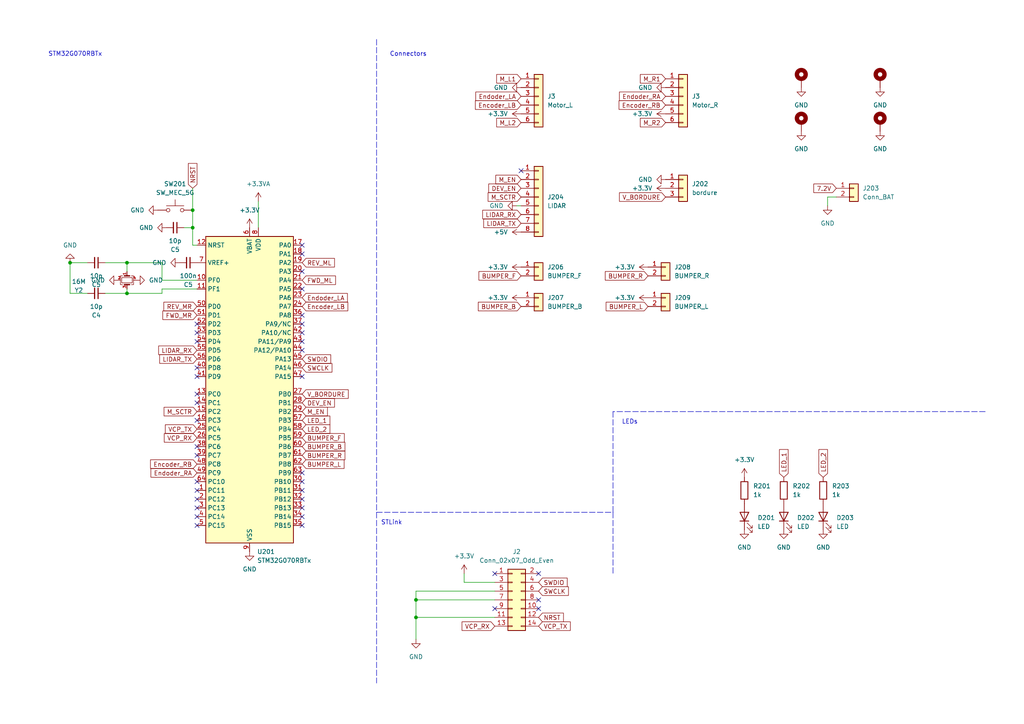
<source format=kicad_sch>
(kicad_sch (version 20230121) (generator eeschema)
  (paper "A4")
  (title_block (title "robot") (date "2023-09-19") (rev "Dorian, Gale, Clément, Laksan") (company "ENSEA"))
  (lib_symbols
    (symbol "Connector_Generic:Conn_01x02" (pin_names (offset 1.016) hide)
      (property "Reference" "J" (at 0 2.54 0))
      (property "Value" "Conn_01x02" (at 0 -5.08 0))
      (symbol "Conn_01x02_1_1"
        (rectangle (start -1.27 -2.413) (end 0 -2.667) (stroke (width 0.1524)))
        (rectangle (start -1.27 0.127) (end 0 -0.127) (stroke (width 0.1524)))
        (rectangle (start -1.27 1.27) (end 1.27 -3.81) (stroke (width 0.254)) (fill (type background)))
        (pin passive line (at -5.08 0 0) (length 3.81) (name "Pin_1") (number "1"))
        (pin passive line (at -5.08 -2.54 0) (length 3.81) (name "Pin_2") (number "2"))
      )
    )
    (symbol "Connector_Generic:Conn_01x03" (pin_names (offset 1.016) hide)
      (property "Reference" "J" (at 0 5.08 0))
      (property "Value" "Conn_01x03" (at 0 -5.08 0))
      (symbol "Conn_01x03_1_1"
        (rectangle (start -1.27 -2.413) (end 0 -2.667) (stroke (width 0.1524)))
        (rectangle (start -1.27 0.127) (end 0 -0.127) (stroke (width 0.1524)))
        (rectangle (start -1.27 2.667) (end 0 2.413) (stroke (width 0.1524)))
        (rectangle (start -1.27 3.81) (end 1.27 -3.81) (stroke (width 0.254)) (fill (type background)))
        (pin passive line (at -5.08 2.54 0) (length 3.81) (name "Pin_1") (number "1"))
        (pin passive line (at -5.08 0 0) (length 3.81) (name "Pin_2") (number "2"))
        (pin passive line (at -5.08 -2.54 0) (length 3.81) (name "Pin_3") (number "3"))
      )
    )
    (symbol "Connector_Generic:Conn_01x06" (pin_names (offset 1.016) hide)
      (property "Reference" "J" (at 0 7.62 0))
      (property "Value" "Conn_01x06" (at 0 -10.16 0))
      (symbol "Conn_01x06_1_1"
        (rectangle (start -1.27 -7.493) (end 0 -7.747) (stroke (width 0.1524)))
        (rectangle (start -1.27 -4.953) (end 0 -5.207) (stroke (width 0.1524)))
        (rectangle (start -1.27 -2.413) (end 0 -2.667) (stroke (width 0.1524)))
        (rectangle (start -1.27 0.127) (end 0 -0.127) (stroke (width 0.1524)))
        (rectangle (start -1.27 2.667) (end 0 2.413) (stroke (width 0.1524)))
        (rectangle (start -1.27 5.207) (end 0 4.953) (stroke (width 0.1524)))
        (rectangle (start -1.27 6.35) (end 1.27 -8.89) (stroke (width 0.254)) (fill (type background)))
        (pin passive line (at -5.08 5.08 0) (length 3.81) (name "Pin_1") (number "1"))
        (pin passive line (at -5.08 2.54 0) (length 3.81) (name "Pin_2") (number "2"))
        (pin passive line (at -5.08 0 0) (length 3.81) (name "Pin_3") (number "3"))
        (pin passive line (at -5.08 -2.54 0) (length 3.81) (name "Pin_4") (number "4"))
        (pin passive line (at -5.08 -5.08 0) (length 3.81) (name "Pin_5") (number "5"))
        (pin passive line (at -5.08 -7.62 0) (length 3.81) (name "Pin_6") (number "6"))
      )
    )
    (symbol "Connector_Generic:Conn_01x08" (pin_names (offset 1.016) hide)
      (property "Reference" "J" (at 0 10.16 0))
      (property "Value" "Conn_01x08" (at 0 -12.7 0))
      (symbol "Conn_01x08_1_1"
        (rectangle (start -1.27 -10.033) (end 0 -10.287) (stroke (width 0.1524)))
        (rectangle (start -1.27 -7.493) (end 0 -7.747) (stroke (width 0.1524)))
        (rectangle (start -1.27 -4.953) (end 0 -5.207) (stroke (width 0.1524)))
        (rectangle (start -1.27 -2.413) (end 0 -2.667) (stroke (width 0.1524)))
        (rectangle (start -1.27 0.127) (end 0 -0.127) (stroke (width 0.1524)))
        (rectangle (start -1.27 2.667) (end 0 2.413) (stroke (width 0.1524)))
        (rectangle (start -1.27 5.207) (end 0 4.953) (stroke (width 0.1524)))
        (rectangle (start -1.27 7.747) (end 0 7.493) (stroke (width 0.1524)))
        (rectangle (start -1.27 8.89) (end 1.27 -11.43) (stroke (width 0.254)) (fill (type background)))
        (pin passive line (at -5.08 7.62 0) (length 3.81) (name "Pin_1") (number "1"))
        (pin passive line (at -5.08 5.08 0) (length 3.81) (name "Pin_2") (number "2"))
        (pin passive line (at -5.08 2.54 0) (length 3.81) (name "Pin_3") (number "3"))
        (pin passive line (at -5.08 0 0) (length 3.81) (name "Pin_4") (number "4"))
        (pin passive line (at -5.08 -2.54 0) (length 3.81) (name "Pin_5") (number "5"))
        (pin passive line (at -5.08 -5.08 0) (length 3.81) (name "Pin_6") (number "6"))
        (pin passive line (at -5.08 -7.62 0) (length 3.81) (name "Pin_7") (number "7"))
        (pin passive line (at -5.08 -10.16 0) (length 3.81) (name "Pin_8") (number "8"))
      )
    )
    (symbol "Connector_Generic:Conn_02x07_Odd_Even" (pin_names (offset 1.016) hide)
      (property "Reference" "J" (at 1.27 10.16 0))
      (property "Value" "Conn_02x07_Odd_Even" (at 1.27 -10.16 0))
      (symbol "Conn_02x07_Odd_Even_1_1"
        (rectangle (start -1.27 -7.493) (end 0 -7.747) (stroke (width 0.1524)))
        (rectangle (start -1.27 -4.953) (end 0 -5.207) (stroke (width 0.1524)))
        (rectangle (start -1.27 -2.413) (end 0 -2.667) (stroke (width 0.1524)))
        (rectangle (start -1.27 0.127) (end 0 -0.127) (stroke (width 0.1524)))
        (rectangle (start -1.27 2.667) (end 0 2.413) (stroke (width 0.1524)))
        (rectangle (start -1.27 5.207) (end 0 4.953) (stroke (width 0.1524)))
        (rectangle (start -1.27 7.747) (end 0 7.493) (stroke (width 0.1524)))
        (rectangle (start -1.27 8.89) (end 3.81 -8.89) (stroke (width 0.254)) (fill (type background)))
        (rectangle (start 3.81 -7.493) (end 2.54 -7.747) (stroke (width 0.1524)))
        (rectangle (start 3.81 -4.953) (end 2.54 -5.207) (stroke (width 0.1524)))
        (rectangle (start 3.81 -2.413) (end 2.54 -2.667) (stroke (width 0.1524)))
        (rectangle (start 3.81 0.127) (end 2.54 -0.127) (stroke (width 0.1524)))
        (rectangle (start 3.81 2.667) (end 2.54 2.413) (stroke (width 0.1524)))
        (rectangle (start 3.81 5.207) (end 2.54 4.953) (stroke (width 0.1524)))
        (rectangle (start 3.81 7.747) (end 2.54 7.493) (stroke (width 0.1524)))
        (pin passive line (at -5.08 7.62 0) (length 3.81) (name "Pin_1") (number "1"))
        (pin passive line (at 7.62 -2.54 180) (length 3.81) (name "Pin_10") (number "10"))
        (pin passive line (at -5.08 -5.08 0) (length 3.81) (name "Pin_11") (number "11"))
        (pin passive line (at 7.62 -5.08 180) (length 3.81) (name "Pin_12") (number "12"))
        (pin passive line (at -5.08 -7.62 0) (length 3.81) (name "Pin_13") (number "13"))
        (pin passive line (at 7.62 -7.62 180) (length 3.81) (name "Pin_14") (number "14"))
        (pin passive line (at 7.62 7.62 180) (length 3.81) (name "Pin_2") (number "2"))
        (pin passive line (at -5.08 5.08 0) (length 3.81) (name "Pin_3") (number "3"))
        (pin passive line (at 7.62 5.08 180) (length 3.81) (name "Pin_4") (number "4"))
        (pin passive line (at -5.08 2.54 0) (length 3.81) (name "Pin_5") (number "5"))
        (pin passive line (at 7.62 2.54 180) (length 3.81) (name "Pin_6") (number "6"))
        (pin passive line (at -5.08 0 0) (length 3.81) (name "Pin_7") (number "7"))
        (pin passive line (at 7.62 0 180) (length 3.81) (name "Pin_8") (number "8"))
        (pin passive line (at -5.08 -2.54 0) (length 3.81) (name "Pin_9") (number "9"))
      )
    )
    (symbol "Device:C_Small" (pin_numbers hide) (pin_names (offset 0.254) hide)
      (property "Reference" "C" (at 0.254 1.778 0))
      (property "Value" "C_Small" (at 0.254 -2.032 0))
      (symbol "C_Small_0_1"
        (polyline (pts (xy -1.524 -0.508) (xy 1.524 -0.508)) (stroke (width 0.3302)))
        (polyline (pts (xy -1.524 0.508) (xy 1.524 0.508)) (stroke (width 0.3048)))
      )
      (symbol "C_Small_1_1"
        (pin passive line (at 0 2.54 270) (length 2.032) (name "~") (number "1"))
        (pin passive line (at 0 -2.54 90) (length 2.032) (name "~") (number "2"))
      )
    )
    (symbol "Device:Crystal_GND24_Small" (pin_names (offset 1.016) hide)
      (property "Reference" "Y" (at 1.27 4.445 0))
      (property "Value" "Crystal_GND24_Small" (at 1.27 2.54 0))
      (symbol "Crystal_GND24_Small_0_1"
        (rectangle (start -0.762 -1.524) (end 0.762 1.524))
        (polyline (pts (xy -1.27 -0.762) (xy -1.27 0.762)) (stroke (width 0.381)))
        (polyline (pts (xy 1.27 -0.762) (xy 1.27 0.762)) (stroke (width 0.381)))
        (polyline (pts (xy -1.27 -1.27) (xy -1.27 -1.905) (xy 1.27 -1.905) (xy 1.27 -1.27)))
        (polyline (pts (xy -1.27 1.27) (xy -1.27 1.905) (xy 1.27 1.905) (xy 1.27 1.27)))
      )
      (symbol "Crystal_GND24_Small_1_1"
        (pin passive line (at -2.54 0 0) (length 1.27) (name "1") (number "1"))
        (pin passive line (at 0 -2.54 90) (length 0.635) (name "2") (number "2"))
        (pin passive line (at 2.54 0 180) (length 1.27) (name "3") (number "3"))
        (pin passive line (at 0 2.54 270) (length 0.635) (name "4") (number "4"))
      )
    )
    (symbol "Device:LED" (pin_numbers hide) (pin_names (offset 1.016) hide)
      (property "Reference" "D" (at 0 2.54 0))
      (property "Value" "LED" (at 0 -2.54 0))
      (symbol "LED_0_1"
        (polyline (pts (xy -1.27 -1.27) (xy -1.27 1.27)) (stroke (width 0.254)))
        (polyline (pts (xy -1.27 0) (xy 1.27 0)))
        (polyline (pts (xy 1.27 -1.27) (xy 1.27 1.27) (xy -1.27 0) (xy 1.27 -1.27)) (stroke (width 0.254)))
        (polyline (pts (xy -3.048 -0.762) (xy -4.572 -2.286) (xy -3.81 -2.286) (xy -4.572 -2.286) (xy -4.572 -1.524)))
        (polyline (pts (xy -1.778 -0.762) (xy -3.302 -2.286) (xy -2.54 -2.286) (xy -3.302 -2.286) (xy -3.302 -1.524)))
      )
      (symbol "LED_1_1"
        (pin passive line (at -3.81 0 0) (length 2.54) (name "K") (number "1"))
        (pin passive line (at 3.81 0 180) (length 2.54) (name "A") (number "2"))
      )
    )
    (symbol "Device:R" (pin_numbers hide) (pin_names (offset 0))
      (property "Reference" "R" (at 2.032 0 90))
      (property "Value" "R" (at 0 0 90))
      (symbol "R_0_1"
        (rectangle (start -1.016 -2.54) (end 1.016 2.54) (stroke (width 0.254)))
      )
      (symbol "R_1_1"
        (pin passive line (at 0 3.81 270) (length 1.27) (name "~") (number "1"))
        (pin passive line (at 0 -3.81 90) (length 1.27) (name "~") (number "2"))
      )
    )
    (symbol "MCU_ST_STM32G0:STM32G070RBTx"
      (property "Reference" "U" (at -12.7 46.99 0))
      (property "Value" "STM32G070RBTx" (at 5.08 46.99 0))
      (symbol "STM32G070RBTx_0_1"
        (rectangle (start -12.7 -43.18) (end 12.7 45.72) (stroke (width 0.254)) (fill (type background)))
      )
      (symbol "STM32G070RBTx_1_1"
        (pin bidirectional line (at -15.24 -27.94 0) (length 2.54) (name "PC11") (number "1"))
        (pin bidirectional line (at -15.24 33.02 0) (length 2.54) (name "PF0") (number "10"))
        (pin bidirectional line (at -15.24 30.48 0) (length 2.54) (name "PF1") (number "11"))
        (pin input line (at -15.24 43.18 0) (length 2.54) (name "NRST") (number "12"))
        (pin bidirectional line (at -15.24 0 0) (length 2.54) (name "PC0") (number "13"))
        (pin bidirectional line (at -15.24 -2.54 0) (length 2.54) (name "PC1") (number "14"))
        (pin bidirectional line (at -15.24 -5.08 0) (length 2.54) (name "PC2") (number "15"))
        (pin bidirectional line (at -15.24 -7.62 0) (length 2.54) (name "PC3") (number "16"))
        (pin bidirectional line (at 15.24 43.18 180) (length 2.54) (name "PA0") (number "17"))
        (pin bidirectional line (at 15.24 40.64 180) (length 2.54) (name "PA1") (number "18"))
        (pin bidirectional line (at 15.24 38.1 180) (length 2.54) (name "PA2") (number "19"))
        (pin bidirectional line (at -15.24 -30.48 0) (length 2.54) (name "PC12") (number "2"))
        (pin bidirectional line (at 15.24 35.56 180) (length 2.54) (name "PA3") (number "20"))
        (pin bidirectional line (at 15.24 33.02 180) (length 2.54) (name "PA4") (number "21"))
        (pin bidirectional line (at 15.24 30.48 180) (length 2.54) (name "PA5") (number "22"))
        (pin bidirectional line (at 15.24 27.94 180) (length 2.54) (name "PA6") (number "23"))
        (pin bidirectional line (at 15.24 25.4 180) (length 2.54) (name "PA7") (number "24"))
        (pin bidirectional line (at -15.24 -10.16 0) (length 2.54) (name "PC4") (number "25"))
        (pin bidirectional line (at -15.24 -12.7 0) (length 2.54) (name "PC5") (number "26"))
        (pin bidirectional line (at 15.24 0 180) (length 2.54) (name "PB0") (number "27"))
        (pin bidirectional line (at 15.24 -2.54 180) (length 2.54) (name "PB1") (number "28"))
        (pin bidirectional line (at 15.24 -5.08 180) (length 2.54) (name "PB2") (number "29"))
        (pin bidirectional line (at -15.24 -33.02 0) (length 2.54) (name "PC13") (number "3"))
        (pin bidirectional line (at 15.24 -25.4 180) (length 2.54) (name "PB10") (number "30"))
        (pin bidirectional line (at 15.24 -27.94 180) (length 2.54) (name "PB11") (number "31"))
        (pin bidirectional line (at 15.24 -30.48 180) (length 2.54) (name "PB12") (number "32"))
        (pin bidirectional line (at 15.24 -33.02 180) (length 2.54) (name "PB13") (number "33"))
        (pin bidirectional line (at 15.24 -35.56 180) (length 2.54) (name "PB14") (number "34"))
        (pin bidirectional line (at 15.24 -38.1 180) (length 2.54) (name "PB15") (number "35"))
        (pin bidirectional line (at 15.24 22.86 180) (length 2.54) (name "PA8") (number "36"))
        (pin bidirectional line (at 15.24 20.32 180) (length 2.54) (name "PA9/NC") (number "37"))
        (pin bidirectional line (at -15.24 -15.24 0) (length 2.54) (name "PC6") (number "38"))
        (pin bidirectional line (at -15.24 -17.78 0) (length 2.54) (name "PC7") (number "39"))
        (pin bidirectional line (at -15.24 -35.56 0) (length 2.54) (name "PC14") (number "4"))
        (pin bidirectional line (at -15.24 7.62 0) (length 2.54) (name "PD8") (number "40"))
        (pin bidirectional line (at -15.24 5.08 0) (length 2.54) (name "PD9") (number "41"))
        (pin bidirectional line (at 15.24 17.78 180) (length 2.54) (name "PA10/NC") (number "42"))
        (pin bidirectional line (at 15.24 15.24 180) (length 2.54) (name "PA11/PA9") (number "43"))
        (pin bidirectional line (at 15.24 12.7 180) (length 2.54) (name "PA12/PA10") (number "44"))
        (pin bidirectional line (at 15.24 10.16 180) (length 2.54) (name "PA13") (number "45"))
        (pin bidirectional line (at 15.24 7.62 180) (length 2.54) (name "PA14") (number "46"))
        (pin bidirectional line (at 15.24 5.08 180) (length 2.54) (name "PA15") (number "47"))
        (pin bidirectional line (at -15.24 -20.32 0) (length 2.54) (name "PC8") (number "48"))
        (pin bidirectional line (at -15.24 -22.86 0) (length 2.54) (name "PC9") (number "49"))
        (pin bidirectional line (at -15.24 -38.1 0) (length 2.54) (name "PC15") (number "5"))
        (pin bidirectional line (at -15.24 25.4 0) (length 2.54) (name "PD0") (number "50"))
        (pin bidirectional line (at -15.24 22.86 0) (length 2.54) (name "PD1") (number "51"))
        (pin bidirectional line (at -15.24 20.32 0) (length 2.54) (name "PD2") (number "52"))
        (pin bidirectional line (at -15.24 17.78 0) (length 2.54) (name "PD3") (number "53"))
        (pin bidirectional line (at -15.24 15.24 0) (length 2.54) (name "PD4") (number "54"))
        (pin bidirectional line (at -15.24 12.7 0) (length 2.54) (name "PD5") (number "55"))
        (pin bidirectional line (at -15.24 10.16 0) (length 2.54) (name "PD6") (number "56"))
        (pin bidirectional line (at 15.24 -7.62 180) (length 2.54) (name "PB3") (number "57"))
        (pin bidirectional line (at 15.24 -10.16 180) (length 2.54) (name "PB4") (number "58"))
        (pin bidirectional line (at 15.24 -12.7 180) (length 2.54) (name "PB5") (number "59"))
        (pin power_in line (at 0 48.26 270) (length 2.54) (name "VBAT") (number "6"))
        (pin bidirectional line (at 15.24 -15.24 180) (length 2.54) (name "PB6") (number "60"))
        (pin bidirectional line (at 15.24 -17.78 180) (length 2.54) (name "PB7") (number "61"))
        (pin bidirectional line (at 15.24 -20.32 180) (length 2.54) (name "PB8") (number "62"))
        (pin bidirectional line (at 15.24 -22.86 180) (length 2.54) (name "PB9") (number "63"))
        (pin bidirectional line (at -15.24 -25.4 0) (length 2.54) (name "PC10") (number "64"))
        (pin input line (at -15.24 38.1 0) (length 2.54) (name "VREF+") (number "7"))
        (pin power_in line (at 2.54 48.26 270) (length 2.54) (name "VDD") (number "8"))
        (pin power_in line (at 0 -45.72 90) (length 2.54) (name "VSS") (number "9"))
      )
    )
    (symbol "Mechanical:MountingHole_Pad" (pin_numbers hide) (pin_names (offset 1.016) hide)
      (property "Reference" "H" (at 0 6.35 0))
      (property "Value" "MountingHole_Pad" (at 0 4.445 0))
      (symbol "MountingHole_Pad_0_1"
        (circle (center 0 1.27) (radius 1.27) (stroke (width 1.27)))
      )
      (symbol "MountingHole_Pad_1_1"
        (pin input line (at 0 -2.54 90) (length 2.54) (name "1") (number "1"))
      )
    )
    (symbol "Switch:SW_MEC_5G" (pin_numbers hide) (pin_names (offset 1.016) hide)
      (property "Reference" "SW" (at 1.27 2.54 0))
      (property "Value" "SW_MEC_5G" (at 0 -1.524 0))
      (symbol "SW_MEC_5G_0_1"
        (circle (center -2.032 0) (radius 0.508))
        (polyline (pts (xy 0 1.27) (xy 0 3.048)))
        (polyline (pts (xy 2.54 1.27) (xy -2.54 1.27)))
        (circle (center 2.032 0) (radius 0.508))
        (pin passive line (at -5.08 0 0) (length 2.54) (name "A") (number "1"))
        (pin passive line (at 5.08 0 180) (length 2.54) (name "B") (number "3"))
      )
      (symbol "SW_MEC_5G_1_1"
        (pin passive line (at -5.08 0 0) (length 2.54) hide (name "A") (number "2"))
        (pin passive line (at 5.08 0 180) (length 2.54) hide (name "B") (number "4"))
      )
    )
    (symbol "power:+3.3V" (power) (pin_names (offset 0))
      (property "Value" "+3.3V" (at 0 3.556 0))
      (symbol "+3.3V_0_1"
        (polyline (pts (xy -0.762 1.27) (xy 0 2.54)))
        (polyline (pts (xy 0 0) (xy 0 2.54)))
        (polyline (pts (xy 0 2.54) (xy 0.762 1.27)))
      )
      (symbol "+3.3V_1_1"
        (pin power_in line (at 0 0 90) (length 0) hide (name "+3.3V") (number "1"))
      )
    )
    (symbol "power:+3.3VA" (power) (pin_names (offset 0))
      (property "Value" "+3.3VA" (at 0 3.556 0))
      (symbol "+3.3VA_0_1"
        (polyline (pts (xy -0.762 1.27) (xy 0 2.54)))
        (polyline (pts (xy 0 0) (xy 0 2.54)))
        (polyline (pts (xy 0 2.54) (xy 0.762 1.27)))
      )
      (symbol "+3.3VA_1_1"
        (pin power_in line (at 0 0 90) (length 0) hide (name "+3.3VA") (number "1"))
      )
    )
    (symbol "power:+5V" (power) (pin_names (offset 0))
      (property "Value" "+5V" (at 0 3.556 0))
      (symbol "+5V_0_1"
        (polyline (pts (xy -0.762 1.27) (xy 0 2.54)))
        (polyline (pts (xy 0 0) (xy 0 2.54)))
        (polyline (pts (xy 0 2.54) (xy 0.762 1.27)))
      )
      (symbol "+5V_1_1"
        (pin power_in line (at 0 0 90) (length 0) hide (name "+5V") (number "1"))
      )
    )
    (symbol "power:GND" (power) (pin_names (offset 0))
      (property "Value" "GND" (at 0 -3.81 0))
      (symbol "GND_0_1"
        (polyline (pts (xy 0 0) (xy 0 -1.27) (xy 1.27 -1.27) (xy 0 -2.54) (xy -1.27 -1.27) (xy 0 -1.27)))
      )
      (symbol "GND_1_1"
        (pin power_in line (at 0 0 270) (length 0) hide (name "GND") (number "1"))
      )
    )
  )
  (junction (at 36.83 85.09))
  (junction (at 120.65 173.99))
  (junction (at 55.88 60.96))
  (junction (at 36.83 76.2))
  (junction (at 55.88 66.04))
  (junction (at 120.65 179.07))
  (junction (at 20.32 76.2))
  (no_connect (at 57.15 129.54))
  (no_connect (at 57.15 142.24))
  (no_connect (at 87.63 91.44))
  (no_connect (at 57.15 149.86))
  (no_connect (at 57.15 116.84))
  (no_connect (at 87.63 152.4))
  (no_connect (at 57.15 99.06))
  (no_connect (at 87.63 96.52))
  (no_connect (at 87.63 99.06))
  (no_connect (at 87.63 149.86))
  (no_connect (at 57.15 152.4))
  (no_connect (at 87.63 93.98))
  (no_connect (at 87.63 73.66))
  (no_connect (at 57.15 93.98))
  (no_connect (at 57.15 132.08))
  (no_connect (at 143.51 166.37))
  (no_connect (at 87.63 101.6))
  (no_connect (at 87.63 147.32))
  (no_connect (at 57.15 139.7))
  (no_connect (at 87.63 109.22))
  (no_connect (at 57.15 114.3))
  (no_connect (at 57.15 147.32))
  (no_connect (at 87.63 83.82))
  (no_connect (at 143.51 176.53))
  (no_connect (at 57.15 96.52))
  (no_connect (at 87.63 139.7))
  (no_connect (at 57.15 121.92))
  (no_connect (at 87.63 144.78))
  (no_connect (at 57.15 109.22))
  (no_connect (at 57.15 144.78))
  (no_connect (at 156.21 176.53))
  (no_connect (at 87.63 71.12))
  (no_connect (at 87.63 78.74))
  (no_connect (at 156.21 166.37))
  (no_connect (at 87.63 137.16))
  (no_connect (at 87.63 142.24))
  (no_connect (at 57.15 106.68))
  (no_connect (at 156.21 173.99))
  (no_connect (at 151.13 49.53))
  (wire (pts (xy 55.88 71.12) (xy 55.88 66.04)))
  (wire (pts (xy 36.83 76.2) (xy 46.99 76.2)))
  (wire (pts (xy 55.88 54.61) (xy 55.88 60.96)))
  (wire (pts (xy 57.15 83.82) (xy 46.99 83.82)))
  (wire (pts (xy 46.99 83.82) (xy 46.99 85.09)))
  (wire (pts (xy 240.03 57.15) (xy 240.03 59.69)))
  (wire (pts (xy 53.34 66.04) (xy 55.88 66.04)))
  (wire (pts (xy 25.4 85.09) (xy 20.32 85.09)))
  (wire (pts (xy 30.48 76.2) (xy 36.83 76.2)))
  (wire (pts (xy 242.57 57.15) (xy 240.03 57.15)))
  (wire (pts (xy 36.83 85.09) (xy 36.83 83.82)))
  (wire (pts (xy 134.62 168.91) (xy 134.62 166.37)))
  (wire (pts (xy 120.65 173.99) (xy 120.65 179.07)))
  (wire (pts (xy 120.65 179.07) (xy 120.65 185.42)))
  (wire (pts (xy 36.83 85.09) (xy 46.99 85.09)))
  (wire (pts (xy 20.32 85.09) (xy 20.32 76.2)))
  (wire (pts (xy 120.65 179.07) (xy 143.51 179.07)))
  (wire (pts (xy 74.93 58.42) (xy 74.93 66.04)))
  (polyline (pts (xy 285.75 119.38) (xy 177.8 119.38)) (stroke (width 0) (type dash)))
  (wire (pts (xy 149.86 59.69) (xy 151.13 59.69)))
  (polyline (pts (xy 109.22 11.43) (xy 109.22 198.12)) (stroke (width 0) (type dash)))
  (wire (pts (xy 120.65 173.99) (xy 143.51 173.99)))
  (wire (pts (xy 36.83 76.2) (xy 36.83 78.74)))
  (wire (pts (xy 120.65 171.45) (xy 143.51 171.45)))
  (wire (pts (xy 143.51 168.91) (xy 134.62 168.91)))
  (wire (pts (xy 36.83 85.09) (xy 30.48 85.09)))
  (wire (pts (xy 120.65 171.45) (xy 120.65 173.99)))
  (polyline (pts (xy 177.8 148.59) (xy 177.8 166.37)) (stroke (width 0) (type dash)))
  (polyline (pts (xy 109.22 148.59) (xy 177.8 148.59)) (stroke (width 0) (type dash)))
  (wire (pts (xy 25.4 76.2) (xy 20.32 76.2)))
  (wire (pts (xy 55.88 60.96) (xy 55.88 66.04)))
  (wire (pts (xy 46.99 81.28) (xy 57.15 81.28)))
  (wire (pts (xy 46.99 76.2) (xy 46.99 81.28)))
  (wire (pts (xy 57.15 71.12) (xy 55.88 71.12)))
  (polyline (pts (xy 177.8 119.38) (xy 177.8 148.59)) (stroke (width 0) (type dash)))
  (text "LEDs\n" (at 180.34 123.19 0) (effects (font (size 1.27 1.27)) (justify left bottom)))
  (text "STM32G070RBTx" (at 13.97 16.51 0) (effects (font (size 1.27 1.27)) (justify left bottom)))
  (text "STLink" (at 110.49 152.4 0) (effects (font (size 1.27 1.27)) (justify left bottom)))
  (text "Connectors" (at 113.03 16.51 0) (effects (font (size 1.27 1.27)) (justify left bottom)))
  (global_label "BUMPER_R" (shape input) (at 87.63 132.08 0) (property "Intersheetrefs" "${INTERSHEET_REFS}" (effects hide)))
  (global_label "Encoder_RB" (shape input) (at 193.04 30.48 180) (property "Intersheetrefs" "${INTERSHEET_REFS}" (effects hide)))
  (global_label "VCP_RX" (shape input) (at 57.15 127 180) (property "Intersheetrefs" "${INTERSHEET_REFS}" (effects hide)))
  (global_label "M_L2" (shape input) (at 151.13 35.56 180) (property "Intersheetrefs" "${INTERSHEET_REFS}" (effects hide)))
  (global_label "Endoder_RA" (shape input) (at 193.04 27.94 180) (property "Intersheetrefs" "${INTERSHEET_REFS}" (effects hide)))
  (global_label "LIDAR_RX" (shape input) (at 151.13 62.23 180) (property "Intersheetrefs" "${INTERSHEET_REFS}" (effects hide)))
  (global_label "BUMPER_L" (shape input) (at 87.63 134.62 0) (property "Intersheetrefs" "${INTERSHEET_REFS}" (effects hide)))
  (global_label "Endoder_LA" (shape input) (at 151.13 27.94 180) (property "Intersheetrefs" "${INTERSHEET_REFS}" (effects hide)))
  (global_label "FWD_ML" (shape input) (at 87.63 81.28 0) (property "Intersheetrefs" "${INTERSHEET_REFS}" (effects hide)))
  (global_label "BUMPER_F" (shape input) (at 151.13 80.01 180) (property "Intersheetrefs" "${INTERSHEET_REFS}" (effects hide)))
  (global_label "REV_MR" (shape input) (at 57.15 88.9 180) (property "Intersheetrefs" "${INTERSHEET_REFS}" (effects hide)))
  (global_label "LED_1" (shape input) (at 87.63 121.92 0) (property "Intersheetrefs" "${INTERSHEET_REFS}" (effects hide)))
  (global_label "FWD_MR" (shape input) (at 57.15 91.44 180) (property "Intersheetrefs" "${INTERSHEET_REFS}" (effects hide)))
  (global_label "LIDAR_RX" (shape input) (at 57.15 101.6 180) (property "Intersheetrefs" "${INTERSHEET_REFS}" (effects hide)))
  (global_label "REV_ML" (shape input) (at 87.63 76.2 0) (property "Intersheetrefs" "${INTERSHEET_REFS}" (effects hide)))
  (global_label "VCP_TX" (shape input) (at 156.21 181.61 0) (property "Intersheetrefs" "${INTERSHEET_REFS}" (effects hide)))
  (global_label "SWCLK" (shape input) (at 156.21 171.45 0) (property "Intersheetrefs" "${INTERSHEET_REFS}" (effects hide)))
  (global_label "LED_2" (shape input) (at 87.63 124.46 0) (property "Intersheetrefs" "${INTERSHEET_REFS}" (effects hide)))
  (global_label "NRST" (shape input) (at 156.21 179.07 0) (property "Intersheetrefs" "${INTERSHEET_REFS}" (effects hide)))
  (global_label "DEV_EN" (shape input) (at 87.63 116.84 0) (property "Intersheetrefs" "${INTERSHEET_REFS}" (effects hide)))
  (global_label "SWCLK" (shape input) (at 87.63 106.68 0) (property "Intersheetrefs" "${INTERSHEET_REFS}" (effects hide)))
  (global_label "Encoder_LB" (shape input) (at 151.13 30.48 180) (property "Intersheetrefs" "${INTERSHEET_REFS}" (effects hide)))
  (global_label "VCP_TX" (shape input) (at 57.15 124.46 180) (property "Intersheetrefs" "${INTERSHEET_REFS}" (effects hide)))
  (global_label "NRST" (shape input) (at 55.88 54.61 90) (property "Intersheetrefs" "${INTERSHEET_REFS}" (effects hide)))
  (global_label "BUMPER_L" (shape input) (at 187.96 88.9 180) (property "Intersheetrefs" "${INTERSHEET_REFS}" (effects hide)))
  (global_label "M_SCTR" (shape input) (at 151.13 57.15 180) (property "Intersheetrefs" "${INTERSHEET_REFS}" (effects hide)))
  (global_label "BUMPER_B" (shape input) (at 151.13 88.9 180) (property "Intersheetrefs" "${INTERSHEET_REFS}" (effects hide)))
  (global_label "LIDAR_TX" (shape input) (at 57.15 104.14 180) (property "Intersheetrefs" "${INTERSHEET_REFS}" (effects hide)))
  (global_label "Endoder_RA" (shape input) (at 57.15 137.16 180) (property "Intersheetrefs" "${INTERSHEET_REFS}" (effects hide)))
  (global_label "Endoder_LA" (shape input) (at 87.63 86.36 0) (property "Intersheetrefs" "${INTERSHEET_REFS}" (effects hide)))
  (global_label "DEV_EN" (shape input) (at 151.13 54.61 180) (property "Intersheetrefs" "${INTERSHEET_REFS}" (effects hide)))
  (global_label "M_EN" (shape input) (at 151.13 52.07 180) (property "Intersheetrefs" "${INTERSHEET_REFS}" (effects hide)))
  (global_label "LED_2" (shape input) (at 238.76 138.43 90) (property "Intersheetrefs" "${INTERSHEET_REFS}" (effects hide)))
  (global_label "V_BORDURE" (shape input) (at 87.63 114.3 0) (property "Intersheetrefs" "${INTERSHEET_REFS}" (effects hide)))
  (global_label "SWDIO" (shape input) (at 87.63 104.14 0) (property "Intersheetrefs" "${INTERSHEET_REFS}" (effects hide)))
  (global_label "V_BORDURE" (shape input) (at 193.04 57.15 180) (property "Intersheetrefs" "${INTERSHEET_REFS}" (effects hide)))
  (global_label "BUMPER_R" (shape input) (at 187.96 80.01 180) (property "Intersheetrefs" "${INTERSHEET_REFS}" (effects hide)))
  (global_label "7.2V" (shape input) (at 242.57 54.61 180) (property "Intersheetrefs" "${INTERSHEET_REFS}" (effects hide)))
  (global_label "Encoder_LB" (shape input) (at 87.63 88.9 0) (property "Intersheetrefs" "${INTERSHEET_REFS}" (effects hide)))
  (global_label "SWDIO" (shape input) (at 156.21 168.91 0) (property "Intersheetrefs" "${INTERSHEET_REFS}" (effects hide)))
  (global_label "M_R1" (shape input) (at 193.04 22.86 180) (property "Intersheetrefs" "${INTERSHEET_REFS}" (effects hide)))
  (global_label "BUMPER_B" (shape input) (at 87.63 129.54 0) (property "Intersheetrefs" "${INTERSHEET_REFS}" (effects hide)))
  (global_label "LED_1" (shape input) (at 227.33 138.43 90) (property "Intersheetrefs" "${INTERSHEET_REFS}" (effects hide)))
  (global_label "M_SCTR" (shape input) (at 57.15 119.38 180) (property "Intersheetrefs" "${INTERSHEET_REFS}" (effects hide)))
  (global_label "M_L1" (shape input) (at 151.13 22.86 180) (property "Intersheetrefs" "${INTERSHEET_REFS}" (effects hide)))
  (global_label "M_EN" (shape input) (at 87.63 119.38 0) (property "Intersheetrefs" "${INTERSHEET_REFS}" (effects hide)))
  (global_label "VCP_RX" (shape input) (at 143.51 181.61 180) (property "Intersheetrefs" "${INTERSHEET_REFS}" (effects hide)))
  (global_label "M_R2" (shape input) (at 193.04 35.56 180) (property "Intersheetrefs" "${INTERSHEET_REFS}" (effects hide)))
  (global_label "BUMPER_F" (shape input) (at 87.63 127 0) (property "Intersheetrefs" "${INTERSHEET_REFS}" (effects hide)))
  (global_label "LIDAR_TX" (shape input) (at 151.13 64.77 180) (property "Intersheetrefs" "${INTERSHEET_REFS}" (effects hide)))
  (global_label "Encoder_RB" (shape input) (at 57.15 134.62 180) (property "Intersheetrefs" "${INTERSHEET_REFS}" (effects hide)))
  (symbol (lib_id "power:GND") (at 193.04 52.07 270) (unit 1)
    (property "Reference" "#PWR020" (effects hide))
    (property "Value" "GND" (at 189.23 52.07 90) (effects (justify right)))
    (instances (project "TD1" (path "" (reference "#PWR020") (unit 1))) (project "robot" (path "" (reference "#PWR0227") (unit 1))))
  )
  (symbol (lib_id "power:GND") (at 149.86 59.69 270) (unit 1)
    (property "Reference" "#PWR019" (effects hide))
    (property "Value" "GND" (at 146.05 59.69 90) (effects (justify right)))
    (instances (project "TD1" (path "" (reference "#PWR019") (unit 1))) (project "robot" (path "" (reference "#PWR0221") (unit 1))))
  )
  (symbol (lib_id "power:+3.3V") (at 72.39 66.04 0) (unit 1)
    (property "Reference" "#PWR0207" (effects hide))
    (property "Value" "+3.3V" (at 72.39 60.96 0))
  )
  (symbol (lib_id "power:+3.3V") (at 151.13 77.47 90) (unit 1)
    (property "Reference" "#PWR028" (effects hide))
    (property "Value" "+3.3V" (at 147.32 77.47 90) (effects (justify left)))
    (instances (project "TD1" (path "" (reference "#PWR028") (unit 1))) (project "robot" (path "" (reference "#PWR0228") (unit 1))))
  )
  (symbol (lib_id "Switch:SW_MEC_5G") (at 50.8 60.96 0) (unit 1)
    (property "Reference" "SW201" (at 50.8 53.34 0))
    (property "Value" "SW_MEC_5G" (at 50.8 55.88 0))
    (property "Footprint" "Button_Switch_SMD:SW_SPST_B3U-1000P" (effects hide))
    (property "Datasheet" "http://www.apem.com/int/index.php?controller=attachment&id_attachment=488" (effects hide))
  )
  (symbol (lib_id "Connector_Generic:Conn_01x02") (at 156.21 86.36 0) (unit 1)
    (property "Reference" "J207" (at 158.75 86.36 0) (effects (justify left)))
    (property "Value" "BUMPER_B" (at 158.75 88.9 0) (effects (justify left)))
  )
  (symbol (lib_id "power:+3.3V") (at 215.9 138.43 0) (unit 1)
    (property "Reference" "#PWR0225" (effects hide))
    (property "Value" "+3.3V" (at 215.9 133.35 0))
  )
  (symbol (lib_id "Mechanical:MountingHole_Pad") (at 232.41 35.56 0) (unit 1)
    (property "Reference" "H303" (effects hide))
    (property "Value" "MountingHole_Pad" (effects hide))
    (property "Footprint" "MountingHole:MountingHole_3.2mm_M3_Pad_Via" (effects hide))
    (instances (project "TD1" (path "" (reference "H303") (unit 1))) (project "robot" (path "" (reference "H202") (unit 1))))
  )
  (symbol (lib_id "power:+3.3V") (at 187.96 77.47 90) (unit 1)
    (property "Reference" "#PWR028" (effects hide))
    (property "Value" "+3.3V" (at 184.15 77.47 90) (effects (justify left)))
    (instances (project "TD1" (path "" (reference "#PWR028") (unit 1))) (project "robot" (path "" (reference "#PWR0230") (unit 1))))
  )
  (symbol (lib_id "Device:R") (at 215.9 142.24 0) (unit 1)
    (property "Reference" "R201" (at 218.44 140.97 0) (effects (justify left)))
    (property "Value" "1k" (at 218.44 143.51 0) (effects (justify left)))
  )
  (symbol (lib_id "MCU_ST_STM32G0:STM32G070RBTx") (at 72.39 114.3 0) (unit 1)
    (property "Reference" "U201" (at 74.5841 160.02 0) (effects (justify left)))
    (property "Value" "STM32G070RBTx" (at 74.5841 162.56 0) (effects (justify left)))
    (property "Footprint" "Package_QFP:LQFP-64_10x10mm_P0.5mm" (effects hide))
    (property "Datasheet" "https://www.st.com/resource/en/datasheet/stm32g070rb.pdf" (effects hide))
  )
  (symbol (lib_id "power:+3.3V") (at 151.13 33.02 90) (unit 1)
    (property "Reference" "#PWR028" (effects hide))
    (property "Value" "+3.3V" (at 147.32 33.02 90) (effects (justify left)))
    (instances (project "TD1" (path "" (reference "#PWR028") (unit 1))) (project "robot" (path "" (reference "#PWR0211") (unit 1))))
  )
  (symbol (lib_id "Connector_Generic:Conn_01x03") (at 198.12 54.61 0) (unit 1)
    (property "Reference" "J202" (at 200.66 53.34 0) (effects (justify left)))
    (property "Value" "bordure" (at 200.66 55.88 0) (effects (justify left)))
  )
  (symbol (lib_id "Connector_Generic:Conn_01x06") (at 156.21 27.94 0) (unit 1)
    (property "Reference" "J3" (at 158.75 27.94 0) (effects (justify left)))
    (property "Value" "Motor_L" (at 158.75 30.48 0) (effects (justify left)))
    (property "Footprint" "Connector_PinHeader_2.54mm:PinHeader_1x06_P2.54mm_Vertical" (effects hide))
    (instances (project "TD1" (path "" (reference "J3") (unit 1))) (project "robot" (path "" (reference "J201") (unit 1))))
  )
  (symbol (lib_id "power:GND") (at 151.13 25.4 270) (unit 1)
    (property "Reference" "#PWR020" (effects hide))
    (property "Value" "GND" (at 147.32 25.4 90) (effects (justify right)))
    (instances (project "TD1" (path "" (reference "#PWR020") (unit 1))) (project "robot" (path "" (reference "#PWR0212") (unit 1))))
  )
  (symbol (lib_id "power:+3.3V") (at 193.04 33.02 90) (unit 1)
    (property "Reference" "#PWR028" (effects hide))
    (property "Value" "+3.3V" (at 189.23 33.02 90) (effects (justify left)))
    (instances (project "TD1" (path "" (reference "#PWR028") (unit 1))) (project "robot" (path "" (reference "#PWR0223") (unit 1))))
  )
  (symbol (lib_id "power:GND") (at 34.29 81.28 270) (unit 1)
    (property "Reference" "#PWR015" (effects hide))
    (property "Value" "GND" (at 30.48 81.28 90) (effects (justify right)))
    (instances (project "TD1" (path "" (reference "#PWR015") (unit 1))) (project "robot" (path "" (reference "#PWR0203") (unit 1))))
  )
  (symbol (lib_id "power:GND") (at 215.9 153.67 0) (unit 1)
    (property "Reference" "#PWR019" (effects hide))
    (property "Value" "GND" (at 215.9 158.75 0))
    (instances (project "TD1" (path "" (reference "#PWR019") (unit 1))) (project "robot" (path "" (reference "#PWR0213") (unit 1))))
  )
  (symbol (lib_id "Device:LED") (at 238.76 149.86 90) (unit 1)
    (property "Reference" "D203" (at 242.57 150.1775 90) (effects (justify right)))
    (property "Value" "LED" (at 242.57 152.7175 90) (effects (justify right)))
  )
  (symbol (lib_id "power:+5V") (at 151.13 67.31 90) (unit 1)
    (property "Reference" "#PWR0220" (effects hide))
    (property "Value" "+5V" (at 147.32 67.31 90) (effects (justify left)))
  )
  (symbol (lib_id "power:GND") (at 227.33 153.67 0) (unit 1)
    (property "Reference" "#PWR019" (effects hide))
    (property "Value" "GND" (at 227.33 158.75 0))
    (instances (project "TD1" (path "" (reference "#PWR019") (unit 1))) (project "robot" (path "" (reference "#PWR0214") (unit 1))))
  )
  (symbol (lib_id "power:GND") (at 39.37 81.28 90) (unit 1)
    (property "Reference" "#PWR012" (effects hide))
    (property "Value" "GND" (at 43.18 81.28 90) (effects (justify right)))
    (instances (project "TD1" (path "" (reference "#PWR012") (unit 1))) (project "robot" (path "" (reference "#PWR0201") (unit 1))))
  )
  (symbol (lib_id "power:GND") (at 255.27 38.1 0) (unit 1)
    (property "Reference" "#PWR0303" (effects hide))
    (property "Value" "GND" (at 255.27 43.18 0))
    (instances (project "TD1" (path "" (reference "#PWR0303") (unit 1))) (project "robot" (path "" (reference "#PWR0218") (unit 1))))
  )
  (symbol (lib_id "Mechanical:MountingHole_Pad") (at 255.27 22.86 0) (unit 1)
    (property "Reference" "H302" (effects hide))
    (property "Value" "MountingHole_Pad" (effects hide))
    (property "Footprint" "MountingHole:MountingHole_3.2mm_M3_Pad_Via" (effects hide))
    (instances (project "TD1" (path "" (reference "H302") (unit 1))) (project "robot" (path "" (reference "H203") (unit 1))))
  )
  (symbol (lib_id "power:GND") (at 232.41 38.1 0) (unit 1)
    (property "Reference" "#PWR0302" (effects hide))
    (property "Value" "GND" (at 232.41 43.18 0))
    (instances (project "TD1" (path "" (reference "#PWR0302") (unit 1))) (project "robot" (path "" (reference "#PWR0216") (unit 1))))
  )
  (symbol (lib_id "power:GND") (at 20.32 76.2 180) (unit 1)
    (property "Reference" "#PWR014" (effects hide))
    (property "Value" "GND" (at 20.32 71.12 0))
    (instances (project "TD1" (path "" (reference "#PWR014") (unit 1))) (project "robot" (path "" (reference "#PWR0204") (unit 1))))
  )
  (symbol (lib_id "power:+3.3V") (at 134.62 166.37 0) (unit 1)
    (property "Reference" "#PWR025" (effects hide))
    (property "Value" "+3.3V" (at 134.62 161.29 0))
    (instances (project "TD1" (path "" (reference "#PWR025") (unit 1))) (project "robot" (path "" (reference "#PWR0210") (unit 1))))
  )
  (symbol (lib_id "power:GND") (at 48.26 66.04 270) (unit 1)
    (property "Reference" "#PWR012" (effects hide))
    (property "Value" "GND" (at 44.45 66.04 90) (effects (justify right)))
    (instances (project "TD1" (path "" (reference "#PWR012") (unit 1))) (project "robot" (path "" (reference "#PWR0202") (unit 1))))
  )
  (symbol (lib_id "Device:C_Small") (at 27.94 85.09 270) (unit 1)
    (property "Reference" "C4" (at 27.9337 91.44 90))
    (property "Value" "10p" (at 27.9337 88.9 90))
    (property "Footprint" "Capacitor_SMD:C_0603_1608Metric_Pad1.08x0.95mm_HandSolder" (effects hide))
    (instances (project "TD1" (path "" (reference "C4") (unit 1))) (project "robot" (path "" (reference "C204") (unit 1))))
  )
  (symbol (lib_id "Connector_Generic:Conn_01x02") (at 156.21 77.47 0) (unit 1)
    (property "Reference" "J206" (at 158.75 77.47 0) (effects (justify left)))
    (property "Value" "BUMPER_F" (at 158.75 80.01 0) (effects (justify left)))
  )
  (symbol (lib_id "power:+3.3VA") (at 74.93 58.42 0) (unit 1)
    (property "Reference" "#PWR0208" (effects hide))
    (property "Value" "+3.3VA" (at 74.93 53.34 0))
  )
  (symbol (lib_id "Connector_Generic:Conn_01x02") (at 247.65 54.61 0) (unit 1)
    (property "Reference" "J203" (at 250.19 54.61 0) (effects (justify left)))
    (property "Value" "Conn_BAT" (at 250.19 57.15 0) (effects (justify left)))
  )
  (symbol (lib_id "power:GND") (at 232.41 25.4 0) (unit 1)
    (property "Reference" "#PWR0301" (effects hide))
    (property "Value" "GND" (at 232.41 30.48 0))
    (instances (project "TD1" (path "" (reference "#PWR0301") (unit 1))) (project "robot" (path "" (reference "#PWR0215") (unit 1))))
  )
  (symbol (lib_id "Device:LED") (at 215.9 149.86 90) (unit 1)
    (property "Reference" "D201" (at 219.71 150.1775 90) (effects (justify right)))
    (property "Value" "LED" (at 219.71 152.7175 90) (effects (justify right)))
  )
  (symbol (lib_id "power:GND") (at 72.39 160.02 0) (unit 1)
    (property "Reference" "#PWR014" (effects hide))
    (property "Value" "GND" (at 72.39 165.1 0))
    (instances (project "TD1" (path "" (reference "#PWR014") (unit 1))) (project "robot" (path "" (reference "#PWR0205") (unit 1))))
  )
  (symbol (lib_id "Connector_Generic:Conn_02x07_Odd_Even") (at 148.59 173.99 0) (unit 1)
    (property "Reference" "J2" (at 149.86 160.02 0))
    (property "Value" "Conn_02x07_Odd_Even" (at 149.86 162.56 0))
    (property "Footprint" "Connector_PinHeader_1.27mm:PinHeader_2x07_P1.27mm_Vertical_SMD" (effects hide))
    (instances (project "TD1" (path "" (reference "J2") (unit 1))) (project "robot" (path "" (reference "J210") (unit 1))))
  )
  (symbol (lib_id "Device:R") (at 227.33 142.24 0) (unit 1)
    (property "Reference" "R202" (at 229.87 140.97 0) (effects (justify left)))
    (property "Value" "1k" (at 229.87 143.51 0) (effects (justify left)))
  )
  (symbol (lib_id "power:GND") (at 255.27 25.4 0) (unit 1)
    (property "Reference" "#PWR0304" (effects hide))
    (property "Value" "GND" (at 255.27 30.48 0))
    (instances (project "TD1" (path "" (reference "#PWR0304") (unit 1))) (project "robot" (path "" (reference "#PWR0217") (unit 1))))
  )
  (symbol (lib_id "Device:C_Small") (at 27.94 76.2 270) (unit 1)
    (property "Reference" "C5" (at 27.9337 82.55 90))
    (property "Value" "10p" (at 27.9337 80.01 90))
    (property "Footprint" "Capacitor_SMD:C_0603_1608Metric_Pad1.08x0.95mm_HandSolder" (effects hide))
    (instances (project "TD1" (path "" (reference "C5") (unit 1))) (project "robot" (path "" (reference "C203") (unit 1))))
  )
  (symbol (lib_id "power:GND") (at 238.76 153.67 0) (unit 1)
    (property "Reference" "#PWR019" (effects hide))
    (property "Value" "GND" (at 238.76 158.75 0))
    (instances (project "TD1" (path "" (reference "#PWR019") (unit 1))) (project "robot" (path "" (reference "#PWR0224") (unit 1))))
  )
  (symbol (lib_id "Connector_Generic:Conn_01x06") (at 198.12 27.94 0) (unit 1)
    (property "Reference" "J3" (at 200.66 27.94 0) (effects (justify left)))
    (property "Value" "Motor_R" (at 200.66 30.48 0) (effects (justify left)))
    (property "Footprint" "Connector_PinHeader_2.54mm:PinHeader_1x06_P2.54mm_Vertical" (effects hide))
    (instances (project "TD1" (path "" (reference "J3") (unit 1))) (project "robot" (path "" (reference "J205") (unit 1))))
  )
  (symbol (lib_id "power:+3.3V") (at 187.96 86.36 90) (unit 1)
    (property "Reference" "#PWR028" (effects hide))
    (property "Value" "+3.3V" (at 184.15 86.36 90) (effects (justify left)))
    (instances (project "TD1" (path "" (reference "#PWR028") (unit 1))) (project "robot" (path "" (reference "#PWR0231") (unit 1))))
  )
  (symbol (lib_id "power:+3.3V") (at 193.04 54.61 90) (unit 1)
    (property "Reference" "#PWR0226" (effects hide))
    (property "Value" "+3.3V" (at 189.23 54.61 90) (effects (justify left)))
  )
  (symbol (lib_id "power:GND") (at 45.72 60.96 270) (unit 1)
    (property "Reference" "#PWR012" (effects hide))
    (property "Value" "GND" (at 41.91 60.96 90) (effects (justify right)))
    (instances (project "TD1" (path "" (reference "#PWR012") (unit 1))) (project "robot" (path "" (reference "#PWR0232") (unit 1))))
  )
  (symbol (lib_id "Mechanical:MountingHole_Pad") (at 255.27 35.56 0) (unit 1)
    (property "Reference" "H304" (effects hide))
    (property "Value" "MountingHole_Pad" (effects hide))
    (property "Footprint" "MountingHole:MountingHole_3.2mm_M3_Pad_Via" (effects hide))
    (instances (project "TD1" (path "" (reference "H304") (unit 1))) (project "robot" (path "" (reference "H204") (unit 1))))
  )
  (symbol (lib_id "Device:C_Small") (at 54.61 76.2 270) (unit 1)
    (property "Reference" "C5" (at 54.6037 82.55 90))
    (property "Value" "100n" (at 54.6037 80.01 90))
    (property "Footprint" "Capacitor_SMD:C_0603_1608Metric_Pad1.08x0.95mm_HandSolder" (effects hide))
    (instances (project "TD1" (path "" (reference "C5") (unit 1))) (project "robot" (path "" (reference "C202") (unit 1))))
  )
  (symbol (lib_id "Connector_Generic:Conn_01x02") (at 193.04 86.36 0) (unit 1)
    (property "Reference" "J209" (at 195.58 86.36 0) (effects (justify left)))
    (property "Value" "BUMPER_L" (at 195.58 88.9 0) (effects (justify left)))
  )
  (symbol (lib_id "power:GND") (at 120.65 185.42 0) (unit 1)
    (property "Reference" "#PWR016" (effects hide))
    (property "Value" "GND" (at 120.65 190.5 0))
    (instances (project "TD1" (path "" (reference "#PWR016") (unit 1))) (project "robot" (path "" (reference "#PWR0209") (unit 1))))
  )
  (symbol (lib_id "power:+3.3V") (at 151.13 86.36 90) (unit 1)
    (property "Reference" "#PWR028" (effects hide))
    (property "Value" "+3.3V" (at 147.32 86.36 90) (effects (justify left)))
    (instances (project "TD1" (path "" (reference "#PWR028") (unit 1))) (project "robot" (path "" (reference "#PWR0229") (unit 1))))
  )
  (symbol (lib_id "Device:C_Small") (at 50.8 66.04 270) (unit 1)
    (property "Reference" "C5" (at 50.7937 72.39 90))
    (property "Value" "10p" (at 50.7937 69.85 90))
    (property "Footprint" "Capacitor_SMD:C_0603_1608Metric_Pad1.08x0.95mm_HandSolder" (effects hide))
    (instances (project "TD1" (path "" (reference "C5") (unit 1))) (project "robot" (path "" (reference "C201") (unit 1))))
  )
  (symbol (lib_id "Connector_Generic:Conn_01x08") (at 156.21 57.15 0) (unit 1)
    (property "Reference" "J204" (at 158.75 57.15 0) (effects (justify left)))
    (property "Value" "LIDAR" (at 158.75 59.69 0) (effects (justify left)))
    (property "Footprint" "Connector_JST:JST_XH_B8B-XH-AM_1x08_P2.50mm_Vertical" (effects hide))
  )
  (symbol (lib_id "power:GND") (at 240.03 59.69 0) (unit 1)
    (property "Reference" "#PWR020" (effects hide))
    (property "Value" "GND" (at 240.03 64.77 0))
    (instances (project "TD1" (path "" (reference "#PWR020") (unit 1))) (project "robot" (path "" (reference "#PWR0219") (unit 1))))
  )
  (symbol (lib_id "Mechanical:MountingHole_Pad") (at 232.41 22.86 0) (unit 1)
    (property "Reference" "H301" (effects hide))
    (property "Value" "MountingHole_Pad" (effects hide))
    (property "Footprint" "MountingHole:MountingHole_3.2mm_M3_Pad_Via" (effects hide))
    (instances (project "TD1" (path "" (reference "H301") (unit 1))) (project "robot" (path "" (reference "H201") (unit 1))))
  )
  (symbol (lib_id "power:GND") (at 193.04 25.4 270) (unit 1)
    (property "Reference" "#PWR020" (effects hide))
    (property "Value" "GND" (at 189.23 25.4 90) (effects (justify right)))
    (instances (project "TD1" (path "" (reference "#PWR020") (unit 1))) (project "robot" (path "" (reference "#PWR0222") (unit 1))))
  )
  (symbol (lib_id "power:GND") (at 52.07 76.2 270) (unit 1)
    (property "Reference" "#PWR012" (effects hide))
    (property "Value" "GND" (at 48.26 76.2 90) (effects (justify right)))
    (instances (project "TD1" (path "" (reference "#PWR012") (unit 1))) (project "robot" (path "" (reference "#PWR0206") (unit 1))))
  )
  (symbol (lib_id "Device:Crystal_GND24_Small") (at 36.83 81.28 270) (unit 1)
    (property "Reference" "Y2" (at 22.86 84.1943 90))
    (property "Value" "16M" (at 22.86 81.6543 90))
    (property "Footprint" "Crystal:Crystal_SMD_0603-4Pin_6.0x3.5mm" (effects hide))
    (instances (project "TD1" (path "" (reference "Y2") (unit 1))) (project "robot" (path "" (reference "Y201") (unit 1))))
  )
  (symbol (lib_id "Connector_Generic:Conn_01x02") (at 193.04 77.47 0) (unit 1)
    (property "Reference" "J208" (at 195.58 77.47 0) (effects (justify left)))
    (property "Value" "BUMPER_R" (at 195.58 80.01 0) (effects (justify left)))
  )
  (symbol (lib_id "Device:LED") (at 227.33 149.86 90) (unit 1)
    (property "Reference" "D202" (at 231.14 150.1775 90) (effects (justify right)))
    (property "Value" "LED" (at 231.14 152.7175 90) (effects (justify right)))
  )
  (symbol (lib_id "Device:R") (at 238.76 142.24 0) (unit 1)
    (property "Reference" "R203" (at 241.3 140.97 0) (effects (justify left)))
    (property "Value" "1k" (at 241.3 143.51 0) (effects (justify left)))
  )
)
</source>
